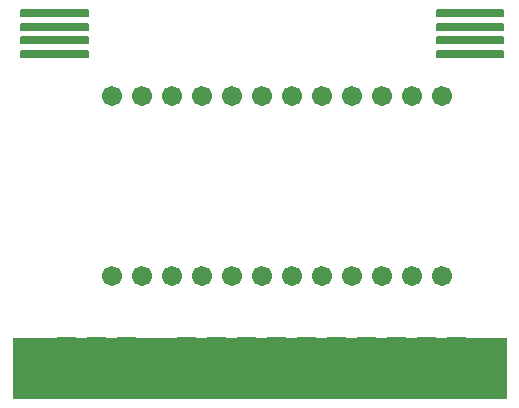
<source format=gbr>
G04 #@! TF.GenerationSoftware,KiCad,Pcbnew,(5.1.9-0-10_14)*
G04 #@! TF.CreationDate,2021-03-08T07:24:15-08:00*
G04 #@! TF.ProjectId,cart,63617274-2e6b-4696-9361-645f70636258,1.0-dev0*
G04 #@! TF.SameCoordinates,Original*
G04 #@! TF.FileFunction,Soldermask,Top*
G04 #@! TF.FilePolarity,Negative*
%FSLAX46Y46*%
G04 Gerber Fmt 4.6, Leading zero omitted, Abs format (unit mm)*
G04 Created by KiCad (PCBNEW (5.1.9-0-10_14)) date 2021-03-08 07:24:15*
%MOMM*%
%LPD*%
G01*
G04 APERTURE LIST*
%ADD10C,0.200000*%
%ADD11C,0.100000*%
%ADD12O,0.609600X4.351600*%
%ADD13C,0.609600*%
%ADD14C,1.701600*%
G04 APERTURE END LIST*
D10*
G36*
X124968000Y-100818500D02*
G01*
X119316500Y-100818500D01*
X119316500Y-100310500D01*
X124968000Y-100310500D01*
X124968000Y-100818500D01*
G37*
X124968000Y-100818500D02*
X119316500Y-100818500D01*
X119316500Y-100310500D01*
X124968000Y-100310500D01*
X124968000Y-100818500D01*
G36*
X124968000Y-98532500D02*
G01*
X119316500Y-98532500D01*
X119316500Y-98024500D01*
X124968000Y-98024500D01*
X124968000Y-98532500D01*
G37*
X124968000Y-98532500D02*
X119316500Y-98532500D01*
X119316500Y-98024500D01*
X124968000Y-98024500D01*
X124968000Y-98532500D01*
G36*
X124968000Y-97389500D02*
G01*
X119316500Y-97389500D01*
X119316500Y-96881500D01*
X124968000Y-96881500D01*
X124968000Y-97389500D01*
G37*
X124968000Y-97389500D02*
X119316500Y-97389500D01*
X119316500Y-96881500D01*
X124968000Y-96881500D01*
X124968000Y-97389500D01*
G36*
X124968000Y-99675500D02*
G01*
X119316500Y-99675500D01*
X119316500Y-99167500D01*
X124968000Y-99167500D01*
X124968000Y-99675500D01*
G37*
X124968000Y-99675500D02*
X119316500Y-99675500D01*
X119316500Y-99167500D01*
X124968000Y-99167500D01*
X124968000Y-99675500D01*
G36*
X160147000Y-100818500D02*
G01*
X154495500Y-100818500D01*
X154495500Y-100310500D01*
X160147000Y-100310500D01*
X160147000Y-100818500D01*
G37*
X160147000Y-100818500D02*
X154495500Y-100818500D01*
X154495500Y-100310500D01*
X160147000Y-100310500D01*
X160147000Y-100818500D01*
G36*
X160147000Y-99675500D02*
G01*
X154495500Y-99675500D01*
X154495500Y-99167500D01*
X160147000Y-99167500D01*
X160147000Y-99675500D01*
G37*
X160147000Y-99675500D02*
X154495500Y-99675500D01*
X154495500Y-99167500D01*
X160147000Y-99167500D01*
X160147000Y-99675500D01*
G36*
X160147000Y-98532500D02*
G01*
X154495500Y-98532500D01*
X154495500Y-98024500D01*
X160147000Y-98024500D01*
X160147000Y-98532500D01*
G37*
X160147000Y-98532500D02*
X154495500Y-98532500D01*
X154495500Y-98024500D01*
X160147000Y-98024500D01*
X160147000Y-98532500D01*
G36*
X160147000Y-97389500D02*
G01*
X154495500Y-97389500D01*
X154495500Y-96881500D01*
X160147000Y-96881500D01*
X160147000Y-97389500D01*
G37*
X160147000Y-97389500D02*
X154495500Y-97389500D01*
X154495500Y-96881500D01*
X160147000Y-96881500D01*
X160147000Y-97389500D01*
D11*
G36*
X160401000Y-129667000D02*
G01*
X118618000Y-129667000D01*
X118618000Y-124650500D01*
X160401000Y-124650500D01*
X160401000Y-129667000D01*
G37*
X160401000Y-129667000D02*
X118618000Y-129667000D01*
X118618000Y-124650500D01*
X160401000Y-124650500D01*
X160401000Y-129667000D01*
D10*
G36*
X124968000Y-100818500D02*
G01*
X119316500Y-100818500D01*
X119316500Y-100310500D01*
X124968000Y-100310500D01*
X124968000Y-100818500D01*
G37*
X124968000Y-100818500D02*
X119316500Y-100818500D01*
X119316500Y-100310500D01*
X124968000Y-100310500D01*
X124968000Y-100818500D01*
G36*
X124968000Y-98532500D02*
G01*
X119316500Y-98532500D01*
X119316500Y-98024500D01*
X124968000Y-98024500D01*
X124968000Y-98532500D01*
G37*
X124968000Y-98532500D02*
X119316500Y-98532500D01*
X119316500Y-98024500D01*
X124968000Y-98024500D01*
X124968000Y-98532500D01*
G36*
X124968000Y-97389500D02*
G01*
X119316500Y-97389500D01*
X119316500Y-96881500D01*
X124968000Y-96881500D01*
X124968000Y-97389500D01*
G37*
X124968000Y-97389500D02*
X119316500Y-97389500D01*
X119316500Y-96881500D01*
X124968000Y-96881500D01*
X124968000Y-97389500D01*
G36*
X124968000Y-99675500D02*
G01*
X119316500Y-99675500D01*
X119316500Y-99167500D01*
X124968000Y-99167500D01*
X124968000Y-99675500D01*
G37*
X124968000Y-99675500D02*
X119316500Y-99675500D01*
X119316500Y-99167500D01*
X124968000Y-99167500D01*
X124968000Y-99675500D01*
G36*
X160147000Y-100818500D02*
G01*
X154495500Y-100818500D01*
X154495500Y-100310500D01*
X160147000Y-100310500D01*
X160147000Y-100818500D01*
G37*
X160147000Y-100818500D02*
X154495500Y-100818500D01*
X154495500Y-100310500D01*
X160147000Y-100310500D01*
X160147000Y-100818500D01*
G36*
X160147000Y-99675500D02*
G01*
X154495500Y-99675500D01*
X154495500Y-99167500D01*
X160147000Y-99167500D01*
X160147000Y-99675500D01*
G37*
X160147000Y-99675500D02*
X154495500Y-99675500D01*
X154495500Y-99167500D01*
X160147000Y-99167500D01*
X160147000Y-99675500D01*
G36*
X160147000Y-98532500D02*
G01*
X154495500Y-98532500D01*
X154495500Y-98024500D01*
X160147000Y-98024500D01*
X160147000Y-98532500D01*
G37*
X160147000Y-98532500D02*
X154495500Y-98532500D01*
X154495500Y-98024500D01*
X160147000Y-98024500D01*
X160147000Y-98532500D01*
G36*
X160147000Y-97389500D02*
G01*
X154495500Y-97389500D01*
X154495500Y-96881500D01*
X160147000Y-96881500D01*
X160147000Y-97389500D01*
G37*
X160147000Y-97389500D02*
X154495500Y-97389500D01*
X154495500Y-96881500D01*
X160147000Y-96881500D01*
X160147000Y-97389500D01*
D11*
G36*
X160401000Y-129667000D02*
G01*
X118618000Y-129667000D01*
X118618000Y-124650500D01*
X160401000Y-124650500D01*
X160401000Y-129667000D01*
G37*
X160401000Y-129667000D02*
X118618000Y-129667000D01*
X118618000Y-124650500D01*
X160401000Y-124650500D01*
X160401000Y-129667000D01*
D12*
X129667000Y-126839000D03*
X131953000Y-126839000D03*
D13*
X131699000Y-124968000D03*
X129921000Y-124968000D03*
X130810000Y-124968000D03*
G36*
G01*
X124879200Y-128619000D02*
X124879200Y-124619000D01*
G75*
G02*
X124930000Y-124568200I50800J0D01*
G01*
X126530000Y-124568200D01*
G75*
G02*
X126580800Y-124619000I0J-50800D01*
G01*
X126580800Y-128619000D01*
G75*
G02*
X126530000Y-128669800I-50800J0D01*
G01*
X124930000Y-128669800D01*
G75*
G02*
X124879200Y-128619000I0J50800D01*
G01*
G37*
G36*
G01*
X122339200Y-128619000D02*
X122339200Y-124619000D01*
G75*
G02*
X122390000Y-124568200I50800J0D01*
G01*
X123990000Y-124568200D01*
G75*
G02*
X124040800Y-124619000I0J-50800D01*
G01*
X124040800Y-128619000D01*
G75*
G02*
X123990000Y-128669800I-50800J0D01*
G01*
X122390000Y-128669800D01*
G75*
G02*
X122339200Y-128619000I0J50800D01*
G01*
G37*
G36*
G01*
X127419200Y-128619000D02*
X127419200Y-124619000D01*
G75*
G02*
X127470000Y-124568200I50800J0D01*
G01*
X129070000Y-124568200D01*
G75*
G02*
X129120800Y-124619000I0J-50800D01*
G01*
X129120800Y-128619000D01*
G75*
G02*
X129070000Y-128669800I-50800J0D01*
G01*
X127470000Y-128669800D01*
G75*
G02*
X127419200Y-128619000I0J50800D01*
G01*
G37*
G36*
G01*
X132499200Y-128619000D02*
X132499200Y-124619000D01*
G75*
G02*
X132550000Y-124568200I50800J0D01*
G01*
X134150000Y-124568200D01*
G75*
G02*
X134200800Y-124619000I0J-50800D01*
G01*
X134200800Y-128619000D01*
G75*
G02*
X134150000Y-128669800I-50800J0D01*
G01*
X132550000Y-128669800D01*
G75*
G02*
X132499200Y-128619000I0J50800D01*
G01*
G37*
G36*
G01*
X135039200Y-128619000D02*
X135039200Y-124619000D01*
G75*
G02*
X135090000Y-124568200I50800J0D01*
G01*
X136690000Y-124568200D01*
G75*
G02*
X136740800Y-124619000I0J-50800D01*
G01*
X136740800Y-128619000D01*
G75*
G02*
X136690000Y-128669800I-50800J0D01*
G01*
X135090000Y-128669800D01*
G75*
G02*
X135039200Y-128619000I0J50800D01*
G01*
G37*
G36*
G01*
X137579200Y-128619000D02*
X137579200Y-124619000D01*
G75*
G02*
X137630000Y-124568200I50800J0D01*
G01*
X139230000Y-124568200D01*
G75*
G02*
X139280800Y-124619000I0J-50800D01*
G01*
X139280800Y-128619000D01*
G75*
G02*
X139230000Y-128669800I-50800J0D01*
G01*
X137630000Y-128669800D01*
G75*
G02*
X137579200Y-128619000I0J50800D01*
G01*
G37*
G36*
G01*
X140119200Y-128619000D02*
X140119200Y-124619000D01*
G75*
G02*
X140170000Y-124568200I50800J0D01*
G01*
X141770000Y-124568200D01*
G75*
G02*
X141820800Y-124619000I0J-50800D01*
G01*
X141820800Y-128619000D01*
G75*
G02*
X141770000Y-128669800I-50800J0D01*
G01*
X140170000Y-128669800D01*
G75*
G02*
X140119200Y-128619000I0J50800D01*
G01*
G37*
G36*
G01*
X142659200Y-128619000D02*
X142659200Y-124619000D01*
G75*
G02*
X142710000Y-124568200I50800J0D01*
G01*
X144310000Y-124568200D01*
G75*
G02*
X144360800Y-124619000I0J-50800D01*
G01*
X144360800Y-128619000D01*
G75*
G02*
X144310000Y-128669800I-50800J0D01*
G01*
X142710000Y-128669800D01*
G75*
G02*
X142659200Y-128619000I0J50800D01*
G01*
G37*
G36*
G01*
X145199200Y-128619000D02*
X145199200Y-124619000D01*
G75*
G02*
X145250000Y-124568200I50800J0D01*
G01*
X146850000Y-124568200D01*
G75*
G02*
X146900800Y-124619000I0J-50800D01*
G01*
X146900800Y-128619000D01*
G75*
G02*
X146850000Y-128669800I-50800J0D01*
G01*
X145250000Y-128669800D01*
G75*
G02*
X145199200Y-128619000I0J50800D01*
G01*
G37*
G36*
G01*
X147739200Y-128619000D02*
X147739200Y-124619000D01*
G75*
G02*
X147790000Y-124568200I50800J0D01*
G01*
X149390000Y-124568200D01*
G75*
G02*
X149440800Y-124619000I0J-50800D01*
G01*
X149440800Y-128619000D01*
G75*
G02*
X149390000Y-128669800I-50800J0D01*
G01*
X147790000Y-128669800D01*
G75*
G02*
X147739200Y-128619000I0J50800D01*
G01*
G37*
G36*
G01*
X150279200Y-128619000D02*
X150279200Y-124619000D01*
G75*
G02*
X150330000Y-124568200I50800J0D01*
G01*
X151930000Y-124568200D01*
G75*
G02*
X151980800Y-124619000I0J-50800D01*
G01*
X151980800Y-128619000D01*
G75*
G02*
X151930000Y-128669800I-50800J0D01*
G01*
X150330000Y-128669800D01*
G75*
G02*
X150279200Y-128619000I0J50800D01*
G01*
G37*
G36*
G01*
X152819200Y-128619000D02*
X152819200Y-124619000D01*
G75*
G02*
X152870000Y-124568200I50800J0D01*
G01*
X154470000Y-124568200D01*
G75*
G02*
X154520800Y-124619000I0J-50800D01*
G01*
X154520800Y-128619000D01*
G75*
G02*
X154470000Y-128669800I-50800J0D01*
G01*
X152870000Y-128669800D01*
G75*
G02*
X152819200Y-128619000I0J50800D01*
G01*
G37*
G36*
G01*
X155359200Y-128619000D02*
X155359200Y-124619000D01*
G75*
G02*
X155410000Y-124568200I50800J0D01*
G01*
X157010000Y-124568200D01*
G75*
G02*
X157060800Y-124619000I0J-50800D01*
G01*
X157060800Y-128619000D01*
G75*
G02*
X157010000Y-128669800I-50800J0D01*
G01*
X155410000Y-128669800D01*
G75*
G02*
X155359200Y-128619000I0J50800D01*
G01*
G37*
D14*
X127000000Y-104140000D03*
X129540000Y-104140000D03*
X132080000Y-104140000D03*
X134620000Y-104140000D03*
X137160000Y-104140000D03*
X139700000Y-104140000D03*
X142240000Y-104140000D03*
X144780000Y-104140000D03*
X147320000Y-104140000D03*
X149860000Y-104140000D03*
X152400000Y-104140000D03*
X154940000Y-104140000D03*
X154940000Y-119380000D03*
X152400000Y-119380000D03*
X149860000Y-119380000D03*
X147320000Y-119380000D03*
X144780000Y-119380000D03*
X142240000Y-119380000D03*
X139700000Y-119380000D03*
X137160000Y-119380000D03*
X134620000Y-119380000D03*
X132080000Y-119380000D03*
X129540000Y-119380000D03*
X127000000Y-119380000D03*
D11*
G36*
X132500443Y-124881463D02*
G01*
X132501200Y-124883030D01*
X132501200Y-128669800D01*
X132500200Y-128671532D01*
X132499200Y-128671800D01*
X132374347Y-128671800D01*
X132350262Y-128674172D01*
X132327187Y-128681172D01*
X132305923Y-128692537D01*
X132287286Y-128707832D01*
X132272022Y-128726432D01*
X132256509Y-128759232D01*
X132254159Y-128766978D01*
X132252699Y-128768345D01*
X132250785Y-128767764D01*
X132250255Y-128766201D01*
X132255800Y-128709906D01*
X132255800Y-124968094D01*
X132250255Y-124911799D01*
X132251080Y-124909977D01*
X132253070Y-124909781D01*
X132254159Y-124911022D01*
X132256471Y-124918643D01*
X132265735Y-124941008D01*
X132279130Y-124961055D01*
X132296178Y-124978102D01*
X132316225Y-124991496D01*
X132338499Y-125000722D01*
X132362150Y-125005426D01*
X132386256Y-125005426D01*
X132409906Y-125000721D01*
X132432180Y-124991495D01*
X132452227Y-124978100D01*
X132469274Y-124961052D01*
X132482668Y-124941005D01*
X132491877Y-124918774D01*
X132497222Y-124882737D01*
X132498465Y-124881170D01*
X132500443Y-124881463D01*
G37*
G36*
X129122790Y-124882834D02*
G01*
X129125172Y-124907021D01*
X129132172Y-124930096D01*
X129143537Y-124951360D01*
X129158832Y-124969997D01*
X129177469Y-124985292D01*
X129198733Y-124996657D01*
X129221808Y-125003657D01*
X129245799Y-125006020D01*
X129269790Y-125003657D01*
X129292865Y-124996657D01*
X129314129Y-124985292D01*
X129332766Y-124969997D01*
X129348030Y-124951397D01*
X129363543Y-124918597D01*
X129365841Y-124911022D01*
X129367301Y-124909655D01*
X129369215Y-124910236D01*
X129369745Y-124911799D01*
X129364200Y-124968094D01*
X129364201Y-128709906D01*
X129369746Y-128766201D01*
X129368921Y-128768023D01*
X129366931Y-128768219D01*
X129365842Y-128766978D01*
X129363478Y-128759185D01*
X129354214Y-128736821D01*
X129340819Y-128716773D01*
X129323771Y-128699727D01*
X129303724Y-128686332D01*
X129281493Y-128677123D01*
X129245603Y-128671800D01*
X129120800Y-128671800D01*
X129119068Y-128670800D01*
X129118800Y-128669800D01*
X129118800Y-124883030D01*
X129119800Y-124881298D01*
X129121800Y-124881298D01*
X129122790Y-124882834D01*
G37*
M02*

</source>
